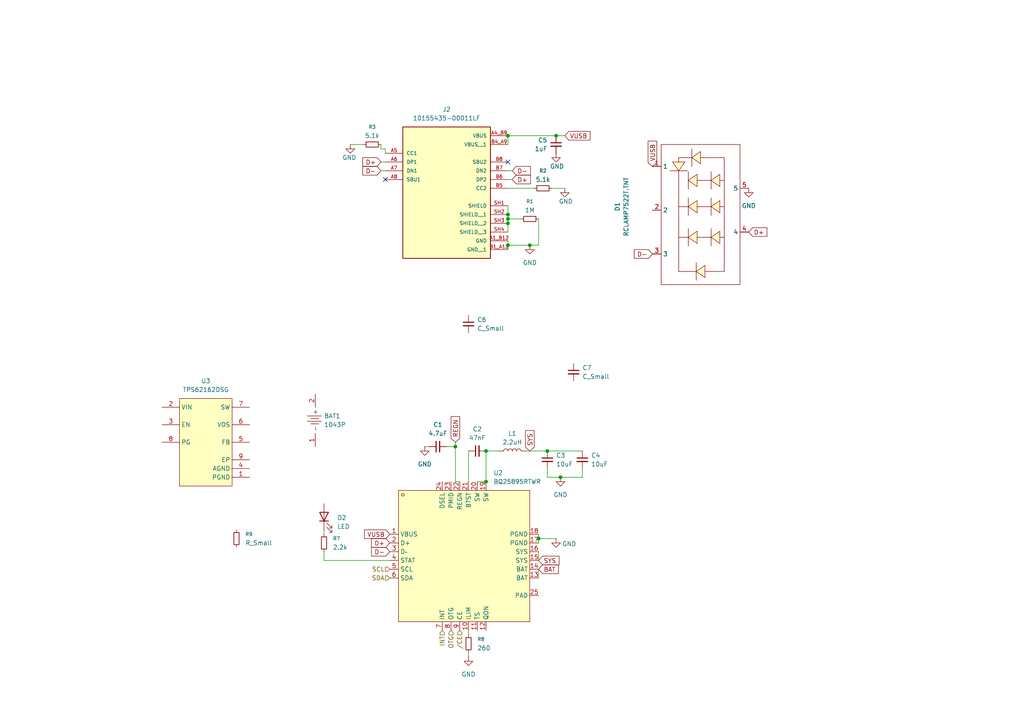
<source format=kicad_sch>
(kicad_sch (version 20250114) (generator "eeschema") (generator_version "9.0")
  (paper "A4")
  (lib_symbols
    (symbol "1043P_1"
      (property "Reference" "BAT" (at 0 5.08 0))
      (property "Value" "1043P" (at 0 -5.08 0))
      (symbol "1043P_1_0_1"
        (polyline (pts (xy -1.02 1.27) (xy -1.02 -1.02)))
        (polyline (pts (xy -0.25 2.29) (xy -0.25 -1.78)))
        (polyline (pts (xy 0.51 1.27) (xy 0.51 -1.02)))
        (polyline (pts (xy 1.27 2.29) (xy 1.27 -1.78)))
      )
      (symbol "1043P_1_1_1"
        (pin input line (at -7.62 0 0) (length 3.81) (name "-") (number "1"))
        (pin input line (at 7.62 0 180) (length 3.81) (name "+") (number "2"))
      )
    )
    (symbol "Device:C_Small" (pin_numbers (hide yes)) (pin_names (offset 0.254) (hide yes))
      (property "Reference" "C" (at 0.254 1.778 0))
      (property "Value" "C_Small" (at 0.254 -2.032 0))
      (symbol "C_Small_0_1"
        (polyline (pts (xy -1.524 0.508) (xy 1.524 0.508)) (stroke (width 0.3048)))
        (polyline (pts (xy -1.524 -0.508) (xy 1.524 -0.508)) (stroke (width 0.3302)))
      )
      (symbol "C_Small_1_1"
        (pin passive line (at 0 2.54 270) (length 2.032) (name "~") (number "1"))
        (pin passive line (at 0 -2.54 90) (length 2.032) (name "~") (number "2"))
      )
    )
    (symbol "Device:L" (pin_numbers (hide yes)) (pin_names (offset 1.016) (hide yes))
      (property "Reference" "L" (at -1.27 0 90))
      (property "Value" "L" (at 1.905 0 90))
      (symbol "L_0_1"
        (arc (start 0 2.54) (mid 0.6323 1.905) (end 0 1.27))
        (arc (start 0 1.27) (mid 0.6323 0.635) (end 0 0))
        (arc (start 0 0) (mid 0.6323 -0.635) (end 0 -1.27))
        (arc (start 0 -1.27) (mid 0.6323 -1.905) (end 0 -2.54))
      )
      (symbol "L_1_1"
        (pin passive line (at 0 3.81 270) (length 1.27) (name "1") (number "1"))
        (pin passive line (at 0 -3.81 90) (length 1.27) (name "2") (number "2"))
      )
    )
    (symbol "Device:LED" (pin_numbers (hide yes)) (pin_names (offset 1.016) (hide yes))
      (property "Reference" "D" (at 0 2.54 0))
      (property "Value" "LED" (at 0 -2.54 0))
      (symbol "LED_0_1"
        (polyline (pts (xy -3.048 -0.762) (xy -4.572 -2.286) (xy -3.81 -2.286) (xy -4.572 -2.286) (xy -4.572 -1.524)))
        (polyline (pts (xy -1.778 -0.762) (xy -3.302 -2.286) (xy -2.54 -2.286) (xy -3.302 -2.286) (xy -3.302 -1.524)))
        (polyline (pts (xy -1.27 0) (xy 1.27 0)))
        (polyline (pts (xy -1.27 -1.27) (xy -1.27 1.27)) (stroke (width 0.254)))
        (polyline (pts (xy 1.27 -1.27) (xy 1.27 1.27) (xy -1.27 0) (xy 1.27 -1.27)) (stroke (width 0.254)))
      )
      (symbol "LED_1_1"
        (pin passive line (at -3.81 0 0) (length 2.54) (name "K") (number "1"))
        (pin passive line (at 3.81 0 180) (length 2.54) (name "A") (number "2"))
      )
    )
    (symbol "Device:R_Small" (pin_numbers (hide yes)) (pin_names (offset 0.254) (hide yes))
      (property "Reference" "R" (at 0 0 90))
      (property "Value" "R_Small" (at 1.778 0 90))
      (symbol "R_Small_0_1"
        (rectangle (start -0.762 1.778) (end 0.762 -1.778) (stroke (width 0.2032)))
      )
      (symbol "R_Small_1_1"
        (pin passive line (at 0 2.54 270) (length 0.762) (name "~") (number "1"))
        (pin passive line (at 0 -2.54 90) (length 0.762) (name "~") (number "2"))
      )
    )
    (symbol "Extra:10155435-00011LF" (pin_names (offset 1.016))
      (property "Reference" "J" (at -12.7 13.462 0))
      (property "Value" "10155435-00011LF" (at -12.7 -27.94 0))
      (symbol "10155435-00011LF_0_0"
        (rectangle (start -12.7 -25.4) (end 12.7 12.7) (stroke (width 0.254)) (fill (type background)))
        (pin bidirectional line (at -17.78 5.08 0) (length 5.08) (name "CC1") (number "A5"))
        (pin bidirectional line (at -17.78 2.54 0) (length 5.08) (name "DP1") (number "A6"))
        (pin bidirectional line (at -17.78 0 0) (length 5.08) (name "DN1") (number "A7"))
        (pin bidirectional line (at -17.78 -2.54 0) (length 5.08) (name "SBU1") (number "A8"))
        (pin power_in line (at 17.78 10.16 180) (length 5.08) (name "VBUS") (number "A4_B9"))
        (pin power_in line (at 17.78 7.62 180) (length 5.08) (name "VBUS__1") (number "B4_A9"))
        (pin bidirectional line (at 17.78 2.54 180) (length 5.08) (name "SBU2") (number "B8"))
        (pin bidirectional line (at 17.78 0 180) (length 5.08) (name "DN2") (number "B7"))
        (pin bidirectional line (at 17.78 -2.54 180) (length 5.08) (name "DP2") (number "B6"))
        (pin bidirectional line (at 17.78 -5.08 180) (length 5.08) (name "CC2") (number "B5"))
        (pin passive line (at 17.78 -10.16 180) (length 5.08) (name "SHIELD") (number "SH1"))
        (pin passive line (at 17.78 -12.7 180) (length 5.08) (name "SHIELD__1") (number "SH2"))
        (pin passive line (at 17.78 -15.24 180) (length 5.08) (name "SHIELD__2") (number "SH3"))
        (pin passive line (at 17.78 -17.78 180) (length 5.08) (name "SHIELD__3") (number "SH4"))
        (pin power_in line (at 17.78 -20.32 180) (length 5.08) (name "GND") (number "A1_B12"))
        (pin power_in line (at 17.78 -22.86 180) (length 5.08) (name "GND__1") (number "B1_A12"))
      )
    )
    (symbol "easyeda2kicad:BQ25895RTWR"
      (property "Reference" "U" (at 0 26.67 0))
      (property "Value" "BQ25895RTWR" (at 0 -26.67 0))
      (symbol "BQ25895RTWR_0_1"
        (rectangle (start -19.05 19.05) (end 19.05 -19.05) (fill (type background)))
        (circle (center -17.78 17.78) (radius 0.38))
        (pin unspecified line (at -21.59 6.35 0) (length 2.54) (name "VBUS") (number "1"))
        (pin unspecified line (at -21.59 3.81 0) (length 2.54) (name "D+") (number "2"))
        (pin unspecified line (at -21.59 1.27 0) (length 2.54) (name "D–") (number "3"))
        (pin unspecified line (at -21.59 -1.27 0) (length 2.54) (name "STAT") (number "4"))
        (pin unspecified line (at -21.59 -3.81 0) (length 2.54) (name "SCL") (number "5"))
        (pin unspecified line (at -21.59 -6.35 0) (length 2.54) (name "SDA") (number "6"))
        (pin unspecified line (at -6.35 21.59 270) (length 2.54) (name "DSEL") (number "24"))
        (pin unspecified line (at -6.35 -21.59 90) (length 2.54) (name "INT") (number "7"))
        (pin unspecified line (at -3.81 21.59 270) (length 2.54) (name "PMID") (number "23"))
        (pin unspecified line (at -3.81 -21.59 90) (length 2.54) (name "OTG") (number "8"))
        (pin unspecified line (at -1.27 21.59 270) (length 2.54) (name "REGN") (number "22"))
        (pin unspecified line (at -1.27 -21.59 90) (length 2.54) (name "CE") (number "9"))
        (pin unspecified line (at 1.27 21.59 270) (length 2.54) (name "BTST") (number "21"))
        (pin unspecified line (at 1.27 -21.59 90) (length 2.54) (name "ILIM") (number "10"))
        (pin unspecified line (at 3.81 21.59 270) (length 2.54) (name "SW") (number "20"))
        (pin unspecified line (at 3.81 -21.59 90) (length 2.54) (name "TS") (number "11"))
        (pin unspecified line (at 6.35 21.59 270) (length 2.54) (name "SW") (number "19"))
        (pin unspecified line (at 6.35 -21.59 90) (length 2.54) (name "QON") (number "12"))
        (pin unspecified line (at 21.59 6.35 180) (length 2.54) (name "PGND") (number "18"))
        (pin unspecified line (at 21.59 3.81 180) (length 2.54) (name "PGND") (number "17"))
        (pin unspecified line (at 21.59 1.27 180) (length 2.54) (name "SYS") (number "16"))
        (pin unspecified line (at 21.59 -1.27 180) (length 2.54) (name "SYS") (number "15"))
        (pin unspecified line (at 21.59 -3.81 180) (length 2.54) (name "BAT") (number "14"))
        (pin unspecified line (at 21.59 -6.35 180) (length 2.54) (name "BAT") (number "13"))
        (pin unspecified line (at 21.59 -11.43 180) (length 2.54) (name "PAD") (number "25"))
      )
    )
    (symbol "easyeda2kicad:RCLAMP7522T.TNT"
      (symbol "RCLAMP7522T.TNT_0_1"
        (rectangle (start -11.43 17.78) (end 11.43 -22.86))
        (polyline (pts (xy -6.35 13.97) (xy -6.35 12.7)))
        (polyline (pts (xy -6.35 13.97) (xy -5.08 13.97)))
        (polyline (pts (xy -6.35 10.16) (xy -6.35 7.37)))
        (polyline (pts (xy -4.57 12.7) (xy -6.35 10.16) (xy -8.13 12.7) (xy -4.57 12.7)) (fill (type background)))
        (polyline (pts (xy -4.06 -19.05) (xy -6.35 -19.05) (xy -6.35 7.37)))
        (polyline (pts (xy -3.81 10.16) (xy -8.89 10.16)))
        (polyline (pts (xy -3.56 4.83) (xy -3.56 9.91)))
        (polyline (pts (xy -3.56 -0.25) (xy -6.35 -0.25)))
        (polyline (pts (xy -3.56 -2.79) (xy -3.56 2.29)))
        (polyline (pts (xy -3.56 -9.14) (xy -6.35 -9.14)))
        (polyline (pts (xy -3.56 -11.68) (xy -3.56 -6.6)))
        (polyline (pts (xy -2.54 13.97) (xy -5.33 13.97)))
        (polyline (pts (xy -2.54 11.43) (xy -2.54 16.51)))
        (polyline (pts (xy -1.27 -19.05) (xy -4.06 -19.05)))
        (polyline (pts (xy -1.27 -21.59) (xy -1.27 -16.51)))
        (polyline (pts (xy -1.02 5.59) (xy -3.56 7.37) (xy -1.02 9.14) (xy -1.02 5.59)) (fill (type background)))
        (polyline (pts (xy -1.02 -2.03) (xy -3.56 -0.25) (xy -1.02 1.52) (xy -1.02 -2.03)) (fill (type background)))
        (polyline (pts (xy -1.02 -10.92) (xy -3.56 -9.14) (xy -1.02 -7.37) (xy -1.02 -10.92)) (fill (type background)))
        (polyline (pts (xy 0 12.19) (xy -2.54 13.97) (xy 0 15.75) (xy 0 12.19)) (fill (type background)))
        (polyline (pts (xy 0.25 7.37) (xy -1.02 7.37)))
        (polyline (pts (xy 0.25 -0.25) (xy -1.02 -0.25)))
        (polyline (pts (xy 0.25 -9.14) (xy -1.02 -9.14)))
        (polyline (pts (xy 1.27 13.97) (xy 0 13.97)))
        (polyline (pts (xy 1.27 13.97) (xy 6.86 13.97) (xy 6.86 -19.05)))
        (polyline (pts (xy 1.27 -20.83) (xy -1.27 -19.05) (xy 1.27 -17.27) (xy 1.27 -20.83)) (fill (type background)))
        (polyline (pts (xy 2.54 -19.05) (xy 1.27 -19.05)))
        (polyline (pts (xy 3.05 7.37) (xy 0.25 7.37)))
        (polyline (pts (xy 3.05 4.83) (xy 3.05 9.91)))
        (polyline (pts (xy 3.05 -0.25) (xy 0.25 -0.25)))
        (polyline (pts (xy 3.05 -2.79) (xy 3.05 2.29)))
        (polyline (pts (xy 3.05 -9.14) (xy 0.25 -9.14)))
        (polyline (pts (xy 3.05 -11.68) (xy 3.05 -6.6)))
        (polyline (pts (xy 5.59 5.59) (xy 3.05 7.37) (xy 5.59 9.14) (xy 5.59 5.59)) (fill (type background)))
        (polyline (pts (xy 5.59 -2.03) (xy 3.05 -0.25) (xy 5.59 1.52) (xy 5.59 -2.03)) (fill (type background)))
        (polyline (pts (xy 5.59 -10.92) (xy 3.05 -9.14) (xy 5.59 -7.37) (xy 5.59 -10.92)) (fill (type background)))
        (polyline (pts (xy 6.86 7.37) (xy 5.59 7.37)))
        (polyline (pts (xy 6.86 -0.25) (xy 5.59 -0.25)))
        (polyline (pts (xy 6.86 -9.14) (xy 5.59 -9.14)))
        (polyline (pts (xy 6.86 -19.05) (xy 2.54 -19.05)))
      )
      (symbol "RCLAMP7522T.TNT_1_1"
        (pin input line (at -13.97 11.43 0) (length 2.54) (name "1") (number "1"))
        (pin input line (at -13.97 -1.27 0) (length 2.54) (name "2") (number "2"))
        (pin input line (at -13.97 -13.97 0) (length 2.54) (name "3") (number "3"))
        (pin input line (at 13.97 5.08 180) (length 2.54) (name "5") (number "5"))
        (pin input line (at 13.97 -7.62 180) (length 2.54) (name "4") (number "4"))
      )
    )
    (symbol "easyeda2kicad:TPS62162DSG"
      (property "Reference" "U" (at 0 15.24 0))
      (property "Value" "TPS62162DSG" (at 0 -15.24 0))
      (symbol "TPS62162DSG_0_1"
        (rectangle (start -7.62 12.7) (end 7.62 -12.7) (fill (type background)))
        (pin power_in line (at -12.7 10.16 0) (length 5.08) (name "VIN") (number "2"))
        (pin unspecified line (at -12.7 5.08 0) (length 5.08) (name "EN") (number "3"))
        (pin unspecified line (at -12.7 0 0) (length 5.08) (name "PG") (number "8"))
        (pin power_in line (at 12.7 10.16 180) (length 5.08) (name "SW") (number "7"))
        (pin unspecified line (at 12.7 5.08 180) (length 5.08) (name "VOS") (number "6"))
        (pin unspecified line (at 12.7 0 180) (length 5.08) (name "FB") (number "5"))
        (pin power_in line (at 12.7 -5.08 180) (length 5.08) (name "EP") (number "9"))
        (pin power_in line (at 12.7 -7.62 180) (length 5.08) (name "AGND") (number "4"))
        (pin power_in line (at 12.7 -10.16 180) (length 5.08) (name "PGND") (number "1"))
      )
    )
    (symbol "power:GND" (power) (pin_numbers (hide yes)) (pin_names (offset 0) (hide yes))
      (property "Value" "GND" (at 0 -3.81 0))
      (symbol "GND_0_1"
        (polyline (pts (xy 0 0) (xy 0 -1.27) (xy 1.27 -1.27) (xy 0 -2.54) (xy -1.27 -1.27) (xy 0 -1.27)))
      )
      (symbol "GND_1_1"
        (pin power_in line (at 0 0 270) (length 0) (name "~") (number "1"))
      )
    )
  )
  (junction (at 156.21 156.21))
  (junction (at 132.08 129.54))
  (junction (at 147.32 39.37))
  (junction (at 140.97 139.7))
  (junction (at 147.32 64.77))
  (junction (at 158.75 130.81))
  (junction (at 147.32 71.12))
  (junction (at 162.56 138.43))
  (junction (at 147.32 62.23))
  (junction (at 153.67 71.12))
  (junction (at 140.97 130.81))
  (junction (at 161.29 39.37))
  (junction (at 147.32 63.5))
  (no_connect (at 147.32 46.99))
  (no_connect (at 111.76 52.07))
  (wire (pts (xy 147.32 64.77) (xy 147.32 67.31)))
  (wire (pts (xy 140.97 130.81) (xy 144.78 130.81)))
  (wire (pts (xy 147.32 71.12) (xy 147.32 72.39)))
  (wire (pts (xy 135.89 130.81) (xy 135.89 139.7)))
  (wire (pts (xy 151.13 63.5) (xy 147.32 63.5)))
  (wire (pts (xy 113.03 162.56) (xy 93.98 162.56)))
  (wire (pts (xy 132.08 129.54) (xy 132.08 139.7)))
  (wire (pts (xy 129.54 129.54) (xy 132.08 129.54)))
  (wire (pts (xy 147.32 71.12) (xy 153.67 71.12)))
  (wire (pts (xy 156.21 154.94) (xy 156.21 156.21)))
  (wire (pts (xy 110.49 41.91) (xy 110.49 43.18)))
  (wire (pts (xy 147.32 59.69) (xy 147.32 62.23)))
  (wire (pts (xy 163.83 54.61) (xy 160.02 54.61)))
  (wire (pts (xy 101.6 41.91) (xy 105.41 41.91)))
  (wire (pts (xy 110.49 46.99) (xy 111.76 46.99)))
  (wire (pts (xy 158.75 135.89) (xy 158.75 138.43)))
  (wire (pts (xy 154.94 54.61) (xy 147.32 54.61)))
  (wire (pts (xy 156.21 71.12) (xy 156.21 63.5)))
  (wire (pts (xy 147.32 63.5) (xy 147.32 64.77)))
  (wire (pts (xy 147.32 39.37) (xy 147.32 41.91)))
  (wire (pts (xy 147.32 69.85) (xy 147.32 71.12)))
  (wire (pts (xy 148.59 52.07) (xy 147.32 52.07)))
  (wire (pts (xy 140.97 130.81) (xy 140.97 139.7)))
  (wire (pts (xy 93.98 162.56) (xy 93.98 160.02)))
  (wire (pts (xy 138.43 139.7) (xy 140.97 139.7)))
  (wire (pts (xy 147.32 62.23) (xy 147.32 63.5)))
  (wire (pts (xy 135.89 184.15) (xy 135.89 182.88)))
  (wire (pts (xy 148.59 49.53) (xy 147.32 49.53)))
  (wire (pts (xy 158.75 138.43) (xy 162.56 138.43)))
  (wire (pts (xy 158.75 130.81) (xy 168.91 130.81)))
  (wire (pts (xy 162.56 138.43) (xy 168.91 138.43)))
  (wire (pts (xy 147.32 39.37) (xy 161.29 39.37)))
  (wire (pts (xy 132.08 128.27) (xy 132.08 129.54)))
  (wire (pts (xy 132.08 139.7) (xy 133.35 139.7)))
  (wire (pts (xy 135.89 189.23) (xy 135.89 190.5)))
  (wire (pts (xy 156.21 160.02) (xy 156.21 162.56)))
  (wire (pts (xy 156.21 165.1) (xy 156.21 167.64)))
  (wire (pts (xy 124.46 129.54) (xy 123.19 129.54)))
  (wire (pts (xy 153.67 71.12) (xy 156.21 71.12)))
  (wire (pts (xy 168.91 135.89) (xy 168.91 138.43)))
  (wire (pts (xy 110.49 49.53) (xy 111.76 49.53)))
  (wire (pts (xy 156.21 156.21) (xy 156.21 157.48)))
  (wire (pts (xy 161.29 39.37) (xy 163.83 39.37)))
  (wire (pts (xy 110.49 43.18) (xy 111.76 43.18)))
  (wire (pts (xy 161.29 156.21) (xy 156.21 156.21)))
  (wire (pts (xy 93.98 154.94) (xy 93.98 153.67)))
  (wire (pts (xy 111.76 43.18) (xy 111.76 44.45)))
  (wire (pts (xy 152.4 130.81) (xy 158.75 130.81)))
  (global_label "D+" (shape input) (at 113.03 157.48 180) (property "Intersheetrefs" "${INTERSHEET_REFS}" (effects (hide yes))))
  (global_label "D+" (shape input) (at 148.59 52.07 0) (property "Intersheetrefs" "${INTERSHEET_REFS}" (effects (hide yes))))
  (global_label "D+" (shape input) (at 217.17 67.31 0) (property "Intersheetrefs" "${INTERSHEET_REFS}" (effects (hide yes))))
  (global_label "D-" (shape input) (at 113.03 160.02 180) (property "Intersheetrefs" "${INTERSHEET_REFS}" (effects (hide yes))))
  (global_label "VUSB" (shape input) (at 189.23 48.26 90) (property "Intersheetrefs" "${INTERSHEET_REFS}" (effects (hide yes))))
  (global_label "SYS" (shape input) (at 156.21 162.56 0) (property "Intersheetrefs" "${INTERSHEET_REFS}" (effects (hide yes))))
  (global_label "BAT" (shape input) (at 156.21 165.1 0) (property "Intersheetrefs" "${INTERSHEET_REFS}" (effects (hide yes))))
  (global_label "REGN" (shape input) (at 132.08 128.27 90) (property "Intersheetrefs" "${INTERSHEET_REFS}" (effects (hide yes))))
  (global_label "D-" (shape input) (at 189.23 73.66 180) (property "Intersheetrefs" "${INTERSHEET_REFS}" (effects (hide yes))))
  (global_label "VUSB" (shape input) (at 113.03 154.94 180) (property "Intersheetrefs" "${INTERSHEET_REFS}" (effects (hide yes))))
  (global_label "D-" (shape input) (at 148.59 49.53 0) (property "Intersheetrefs" "${INTERSHEET_REFS}" (effects (hide yes))))
  (global_label "D+" (shape input) (at 110.49 46.99 180) (property "Intersheetrefs" "${INTERSHEET_REFS}" (effects (hide yes))))
  (global_label "SYS" (shape input) (at 153.67 130.81 90) (property "Intersheetrefs" "${INTERSHEET_REFS}" (effects (hide yes))))
  (global_label "VUSB" (shape input) (at 163.83 39.37 0) (property "Intersheetrefs" "${INTERSHEET_REFS}" (effects (hide yes))))
  (global_label "D-" (shape input) (at 110.49 49.53 180) (property "Intersheetrefs" "${INTERSHEET_REFS}" (effects (hide yes))))
  (hierarchical_label "SDA" (shape input) (at 113.03 167.64 180))
  (hierarchical_label "OTG" (shape input) (at 130.81 182.88 270))
  (hierarchical_label "{slash}CE" (shape input) (at 133.35 182.88 270))
  (hierarchical_label "INT" (shape input) (at 128.27 182.88 270))
  (hierarchical_label "SCL" (shape input) (at 113.03 165.1 180))
  (symbol (lib_id "power:GND") (at 135.89 190.5 0) (unit 1)
    (property "Reference" "#PWR09" (effects (hide yes)))
    (property "Value" "GND" (at 135.89 195.58 0))
    (property "Description" "Power symbol creates a global label with name \"GND\" , ground" (effects (hide yes)))
  )
  (symbol (lib_id "power:GND") (at 123.19 129.54 0) (unit 1)
    (property "Reference" "#PWR07" (effects (hide yes)))
    (property "Value" "GND" (at 123.19 134.62 0))
    (property "Description" "Power symbol creates a global label with name \"GND\" , ground" (effects (hide yes)))
  )
  (symbol (lib_id "Extra:10155435-00011LF") (at 129.54 49.53 0) (unit 1)
    (property "Reference" "J2" (at 129.54 31.75 0))
    (property "Value" "10155435-00011LF" (at 129.54 34.29 0))
    (property "Footprint" "Extra:AMPHENOL_10155435-00011LF" (effects (hide yes)))
    (property "PARTREV" "C" (effects (hide yes)))
    (property "MANUFACTURER" "Amphenol" (effects (hide yes)))
    (property "MAXIMUM_PACKAGE_HEIGHT" "3.37 mm" (effects (hide yes)))
    (property "STANDARD" "Manufacturer Recommendations" (effects (hide yes)))
  )
  (symbol (lib_id "easyeda2kicad:TPS62162DSG") (at 59.69 128.27 0) (unit 1)
    (property "Reference" "U3" (at 59.69 110.49 0))
    (property "Value" "TPS62162DSG" (at 59.69 113.03 0))
    (property "Footprint" "easyeda2kicad:WSON-8_L2.0-W2.0-P0.50-TL-EP" (effects (hide yes)))
    (property "Datasheet" "https://lcsc.com/product-detail/DC-DC-Converters_TI_TPS62162DSG_TPS62162DSG_C40256.html" (effects (hide yes)))
    (property "LCSC Part" "C40256" (effects (hide yes)))
  )
  (symbol (lib_id "power:GND") (at 161.29 156.21 0) (unit 1)
    (property "Reference" "#PWR06" (effects (hide yes)))
    (property "Value" "GND" (at 165.1 157.734 0))
    (property "Description" "Power symbol creates a global label with name \"GND\" , ground" (effects (hide yes)))
  )
  (symbol (lib_id "Device:R_Small") (at 135.89 186.69 0) (unit 1)
    (property "Reference" "R8" (at 138.43 185.4199 0) (effects (font (size 1.016 1.016)) (justify left)))
    (property "Value" "260" (at 138.43 187.9599 0) (effects (justify left)))
    (property "Description" "Resistor, small symbol" (effects (hide yes)))
  )
  (symbol (lib_id "Device:C_Small") (at 161.29 41.91 0) (mirror y) (unit 1)
    (property "Reference" "C5" (at 158.75 40.6462 0) (effects (justify left)))
    (property "Value" "1uF" (at 158.75 43.1862 0) (effects (justify left)))
    (property "Description" "Unpolarized capacitor, small symbol" (effects (hide yes)))
  )
  (symbol (lib_id "power:GND") (at 217.17 54.61 0) (unit 1)
    (property "Reference" "#PWR05" (effects (hide yes)))
    (property "Value" "GND" (at 217.17 59.69 0))
    (property "Description" "Power symbol creates a global label with name \"GND\" , ground" (effects (hide yes)))
  )
  (symbol (lib_id "power:GND") (at 153.67 71.12 0) (unit 1)
    (property "Reference" "#PWR01" (effects (hide yes)))
    (property "Value" "GND" (at 153.67 76.2 0))
    (property "Description" "Power symbol creates a global label with name \"GND\" , ground" (effects (hide yes)))
  )
  (symbol (lib_name "1043P_1") (lib_id "easyeda2kicad:1043P") (at 91.44 121.92 90) (unit 1)
    (property "Reference" "BAT1" (at 93.98 120.6499 90) (effects (justify right)))
    (property "Value" "1043P" (at 93.98 123.1899 90) (effects (justify right)))
    (property "Footprint" "easyeda2kicad:BAT-TH_1043P" (effects (hide yes)))
    (property "LCSC Part" "C3029535" (effects (hide yes)))
  )
  (symbol (lib_id "power:GND") (at 101.6 41.91 0) (unit 1)
    (property "Reference" "#PWR02" (effects (hide yes)))
    (property "Value" "GND" (at 103.378 45.72 0) (effects (justify right)))
    (property "Description" "Power symbol creates a global label with name \"GND\" , ground" (effects (hide yes)))
  )
  (symbol (lib_id "Device:C_Small") (at 127 129.54 90) (unit 1)
    (property "Reference" "C1" (at 127.0063 123.19 90))
    (property "Value" "4.7uF" (at 127.0063 125.73 90))
    (property "Description" "Unpolarized capacitor, small symbol" (effects (hide yes)))
  )
  (symbol (lib_id "power:GND") (at 162.56 138.43 0) (unit 1)
    (property "Reference" "#PWR08" (effects (hide yes)))
    (property "Value" "GND" (at 162.56 143.51 0))
    (property "Description" "Power symbol creates a global label with name \"GND\" , ground" (effects (hide yes)))
  )
  (symbol (lib_id "Device:C_Small") (at 135.89 93.98 0) (unit 1)
    (property "Reference" "C6" (at 138.43 92.7162 0) (effects (justify left)))
    (property "Value" "C_Small" (at 138.43 95.2562 0) (effects (justify left)))
    (property "Description" "Unpolarized capacitor, small symbol" (effects (hide yes)))
  )
  (symbol (lib_id "easyeda2kicad:BQ25895RTWR") (at 134.62 161.29 0) (unit 1)
    (property "Reference" "U2" (at 143.1133 137.16 0) (effects (justify left)))
    (property "Value" "BQ25895RTWR" (at 143.1133 139.7 0) (effects (justify left)))
    (property "Footprint" "easyeda2kicad:QFN-24_L4.0-W4.0-P0.50-TL-EP2.7" (effects (hide yes)))
    (property "Datasheet" "https://lcsc.com/product-detail/PMIC-Battery-Management_TI_BQ25895RTWR_BQ25895RTWR_C80200.html" (effects (hide yes)))
    (property "LCSC Part" "C80200" (effects (hide yes)))
  )
  (symbol (lib_id "Device:C_Small") (at 168.91 133.35 0) (unit 1)
    (property "Reference" "C4" (at 171.45 132.0862 0) (effects (justify left)))
    (property "Value" "10uF" (at 171.45 134.6262 0) (effects (justify left)))
    (property "Description" "Unpolarized capacitor, small symbol" (effects (hide yes)))
  )
  (symbol (lib_id "Device:R_Small") (at 157.48 54.61 90) (unit 1)
    (property "Reference" "R2" (at 157.48 49.53 90) (effects (font (size 1.016 1.016))))
    (property "Value" "5.1k" (at 157.48 52.07 90))
    (property "Footprint" "5.1k" (effects (hide yes)))
    (property "Description" "Resistor, small symbol" (effects (hide yes)))
  )
  (symbol (lib_id "Device:R_Small") (at 153.67 63.5 90) (unit 1)
    (property "Reference" "R1" (at 153.67 58.42 90) (effects (font (size 1.016 1.016))))
    (property "Value" "1M" (at 153.67 60.96 90))
    (property "Description" "Resistor, small symbol" (effects (hide yes)))
  )
  (symbol (lib_id "Device:C_Small") (at 138.43 130.81 90) (unit 1)
    (property "Reference" "C2" (at 138.4363 124.46 90))
    (property "Value" "47nF" (at 138.4363 127 90))
    (property "Description" "Unpolarized capacitor, small symbol" (effects (hide yes)))
  )
  (symbol (lib_id "Device:LED") (at 93.98 149.86 90) (unit 1)
    (property "Reference" "D2" (at 97.79 150.1774 90) (effects (justify right)))
    (property "Value" "LED" (at 97.79 152.7174 90) (effects (justify right)))
    (property "Description" "Light emitting diode" (effects (hide yes)))
    (property "Sim.Pins" "1=K 2=A" (effects (hide yes)))
  )
  (symbol (lib_id "Device:C_Small") (at 166.37 107.95 0) (unit 1)
    (property "Reference" "C7" (at 168.91 106.6862 0) (effects (justify left)))
    (property "Value" "C_Small" (at 168.91 109.2262 0) (effects (justify left)))
    (property "Description" "Unpolarized capacitor, small symbol" (effects (hide yes)))
  )
  (symbol (lib_id "Device:C_Small") (at 158.75 133.35 0) (unit 1)
    (property "Reference" "C3" (at 161.29 132.0862 0) (effects (justify left)))
    (property "Value" "10uF" (at 161.29 134.6262 0) (effects (justify left)))
    (property "Description" "Unpolarized capacitor, small symbol" (effects (hide yes)))
  )
  (symbol (lib_id "Device:R_Small") (at 93.98 157.48 0) (unit 1)
    (property "Reference" "R7" (at 96.52 156.2099 0) (effects (font (size 1.016 1.016)) (justify left)))
    (property "Value" "2.2k" (at 96.52 158.7499 0) (effects (justify left)))
    (property "Description" "Resistor, small symbol" (effects (hide yes)))
  )
  (symbol (lib_id "easyeda2kicad:RCLAMP7522T.TNT") (at 203.2 59.69 0) (unit 1)
    (property "Reference" "D1" (at 179.07 59.945 90))
    (property "Value" "RCLAMP7522T.TNT" (at 181.61 59.945 90))
    (property "Footprint" "easyeda2kicad:SLP1007N5T_L1.0-W0.7-P0.35-BL" (effects (hide yes)))
    (property "LCSC Part" "C1977186" (effects (hide yes)))
  )
  (symbol (lib_id "Device:R_Small") (at 107.95 41.91 90) (unit 1)
    (property "Reference" "R3" (at 107.95 36.83 90) (effects (font (size 1.016 1.016))))
    (property "Value" "5.1k" (at 107.95 39.37 90))
    (property "Footprint" "5.1k" (effects (hide yes)))
    (property "Description" "Resistor, small symbol" (effects (hide yes)))
  )
  (symbol (lib_id "power:GND") (at 161.29 44.45 0) (mirror y) (unit 1)
    (property "Reference" "#PWR010" (effects (hide yes)))
    (property "Value" "GND" (at 159.512 48.26 0) (effects (justify right)))
    (property "Description" "Power symbol creates a global label with name \"GND\" , ground" (effects (hide yes)))
  )
  (symbol (lib_id "Device:L") (at 148.59 130.81 90) (unit 1)
    (property "Reference" "L1" (at 148.59 125.73 90))
    (property "Value" "2.2uH" (at 148.59 128.27 90))
    (property "Description" "Inductor" (effects (hide yes)))
  )
  (symbol (lib_id "power:GND") (at 163.83 54.61 0) (mirror y) (unit 1)
    (property "Reference" "#PWR03" (effects (hide yes)))
    (property "Value" "GND" (at 162.052 58.42 0) (effects (justify right)))
    (property "Description" "Power symbol creates a global label with name \"GND\" , ground" (effects (hide yes)))
  )
  (symbol (lib_id "Device:R_Small") (at 68.58 156.21 0) (unit 1)
    (property "Reference" "R9" (at 71.12 154.9399 0) (effects (font (size 1.016 1.016)) (justify left)))
    (property "Value" "R_Small" (at 71.12 157.4799 0) (effects (justify left)))
    (property "Description" "Resistor, small symbol" (effects (hide yes)))
  )
)
</source>
